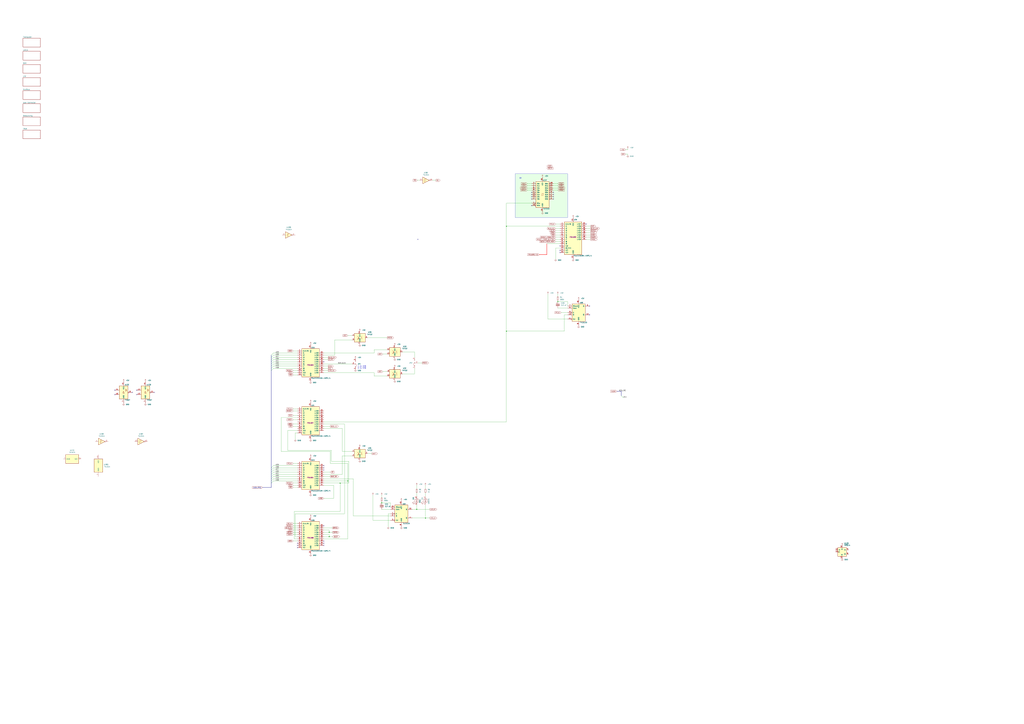
<source format=kicad_sch>
(kicad_sch (version 20250114) (generator "eeschema") (generator_version "9.0")
  (paper "A0")
  (title_block (title "TPU"))
  (rectangle (start 598.17 201.93) (end 659.13 252.73) (fill (type color) (color 0 255 0 0.1)))
  (text "1-2: 1MB\n3-2: 4MB" (at 415.29 426.72 0) (effects (font (size 1.27 1.27)) (justify left)))
  (text "OK" (at 604.52 207.01 0) (effects (font (size 1.27 1.27))))
  (junction (at 483.87 591.82))
  (junction (at 647.7 350.52))
  (junction (at 382.27 623.57))
  (junction (at 403.86 558.8))
  (junction (at 443.23 584.2))
  (junction (at 494.03 601.98))
  (junction (at 394.97 561.34))
  (junction (at 588.01 384.81))
  (junction (at 382.27 618.49))
  (junction (at 588.01 262.89))
  (no_connect (at 375.92 610.87))
  (no_connect (at 345.44 631.19))
  (no_connect (at 617.22 228.6))
  (no_connect (at 617.22 238.76))
  (no_connect (at 179.07 455.93))
  (no_connect (at 345.44 633.73))
  (no_connect (at 642.62 231.14))
  (no_connect (at 375.92 628.65))
  (no_connect (at 375.92 420.37))
  (no_connect (at 158.75 453.39))
  (no_connect (at 642.62 226.06))
  (no_connect (at 684.53 365.76))
  (no_connect (at 642.62 228.6))
  (no_connect (at 375.92 546.1))
  (no_connect (at 375.92 543.56))
  (no_connect (at 617.22 223.52))
  (no_connect (at 133.35 458.47))
  (no_connect (at 133.35 453.39))
  (no_connect (at 680.72 260.35))
  (no_connect (at 684.53 355.6))
  (no_connect (at 375.92 633.73))
  (no_connect (at 375.92 631.19))
  (no_connect (at 375.92 541.02))
  (no_connect (at 642.62 223.52))
  (no_connect (at 485.14 278.13))
  (no_connect (at 617.22 226.06))
  (no_connect (at 153.67 455.93))
  (no_connect (at 617.22 231.14))
  (no_connect (at 345.44 636.27))
  (no_connect (at 650.24 293.37))
  (no_connect (at 158.75 458.47))
  (no_connect (at 650.24 290.83))
  (no_connect (at 650.24 285.75))
  (bus_entry (at 314.96 548.64) (size 2.54 -2.54))
  (bus_entry (at 314.96 543.56) (size 2.54 -2.54))
  (bus_entry (at 314.96 430.53) (size 2.54 -2.54))
  (bus_entry (at 314.96 556.26) (size 2.54 -2.54))
  (bus_entry (at 314.96 417.83) (size 2.54 -2.54))
  (bus_entry (at 314.96 425.45) (size 2.54 -2.54))
  (bus_entry (at 314.96 551.18) (size 2.54 -2.54))
  (bus_entry (at 314.96 415.29) (size 2.54 -2.54))
  (bus_entry (at 314.96 422.91) (size 2.54 -2.54))
  (bus_entry (at 314.96 412.75) (size 2.54 -2.54))
  (bus_entry (at 314.96 561.34) (size 2.54 -2.54))
  (bus_entry (at 721.36 459.74) (size 2.54 2.54))
  (bus_entry (at 314.96 553.72) (size 2.54 -2.54))
  (bus_entry (at 314.96 420.37) (size 2.54 -2.54))
  (bus_entry (at 314.96 427.99) (size 2.54 -2.54))
  (bus_entry (at 314.96 546.1) (size 2.54 -2.54))
  (bus_entry (at 314.96 558.8) (size 2.54 -2.54))
  (bus (pts (xy 721.36 454.66) (xy 721.36 459.74)))
  (wire (pts (xy 659.13 358.14) (xy 647.7 358.14)))
  (wire (pts (xy 375.92 563.88) (xy 387.35 563.88)))
  (wire (pts (xy 485.14 421.64) (xy 490.22 421.64)))
  (wire (pts (xy 434.34 433.07) (xy 434.34 436.88)))
  (bus (pts (xy 314.96 561.34) (xy 314.96 566.42)))
  (wire (pts (xy 375.92 495.3) (xy 383.54 495.3)))
  (wire (pts (xy 467.36 408.94) (xy 481.33 408.94)))
  (wire (pts (xy 680.72 270.51) (xy 685.8 270.51)))
  (wire (pts (xy 397.51 524.51) (xy 408.94 524.51)))
  (wire (pts (xy 387.35 579.12) (xy 387.35 563.88)))
  (wire (pts (xy 642.62 213.36) (xy 647.7 213.36)))
  (wire (pts (xy 444.5 411.48) (xy 449.58 411.48)))
  (bus (pts (xy 314.96 425.45) (xy 314.96 427.99)))
  (wire (pts (xy 426.72 392.43) (xy 449.58 392.43)))
  (wire (pts (xy 382.27 621.03) (xy 382.27 623.57)))
  (wire (pts (xy 612.14 215.9) (xy 617.22 215.9)))
  (wire (pts (xy 375.92 433.07) (xy 434.34 433.07)))
  (wire (pts (xy 317.5 415.29) (xy 345.44 415.29)))
  (wire (pts (xy 317.5 410.21) (xy 345.44 410.21)))
  (wire (pts (xy 494.03 563.88) (xy 494.03 567.69)))
  (wire (pts (xy 340.36 477.52) (xy 345.44 477.52)))
  (wire (pts (xy 340.36 628.65) (xy 345.44 628.65)))
  (wire (pts (xy 340.36 610.87) (xy 345.44 610.87)))
  (wire (pts (xy 317.5 558.8) (xy 345.44 558.8)))
  (wire (pts (xy 341.63 594.36) (xy 394.97 594.36)))
  (wire (pts (xy 383.54 524.51) (xy 326.39 524.51)))
  (wire (pts (xy 434.34 410.21) (xy 375.92 410.21)))
  (wire (pts (xy 410.21 556.26) (xy 375.92 556.26)))
  (wire (pts (xy 317.5 412.75) (xy 345.44 412.75)))
  (wire (pts (xy 443.23 582.93) (xy 443.23 584.2)))
  (wire (pts (xy 617.22 236.22) (xy 588.01 236.22)))
  (wire (pts (xy 341.63 594.36) (xy 341.63 626.11)))
  (wire (pts (xy 375.92 623.57) (xy 382.27 623.57)))
  (wire (pts (xy 405.13 561.34) (xy 405.13 535.94)))
  (bus (pts (xy 314.96 551.18) (xy 314.96 553.72)))
  (wire (pts (xy 494.03 601.98) (xy 499.11 601.98)))
  (wire (pts (xy 397.51 529.59) (xy 408.94 529.59)))
  (wire (pts (xy 340.36 563.88) (xy 345.44 563.88)))
  (wire (pts (xy 403.86 626.11) (xy 403.86 558.8)))
  (wire (pts (xy 655.32 365.76) (xy 655.32 384.81)))
  (wire (pts (xy 645.16 288.29) (xy 645.16 300.99)))
  (wire (pts (xy 483.87 591.82) (xy 499.11 591.82)))
  (wire (pts (xy 375.92 427.99) (xy 381 427.99)))
  (wire (pts (xy 635 283.21) (xy 650.24 283.21)))
  (wire (pts (xy 340.36 487.68) (xy 345.44 487.68)))
  (wire (pts (xy 612.14 218.44) (xy 617.22 218.44)))
  (wire (pts (xy 410.21 599.44) (xy 410.21 556.26)))
  (wire (pts (xy 443.23 575.31) (xy 443.23 577.85)))
  (wire (pts (xy 726.44 173.99) (xy 728.98 173.99)))
  (wire (pts (xy 645.16 267.97) (xy 650.24 267.97)))
  (bus (pts (xy 314.96 415.29) (xy 314.96 417.83)))
  (wire (pts (xy 340.36 561.34) (xy 345.44 561.34)))
  (wire (pts (xy 636.27 341.63) (xy 636.27 370.84)))
  (wire (pts (xy 317.5 417.83) (xy 345.44 417.83)))
  (bus (pts (xy 314.96 417.83) (xy 314.96 420.37)))
  (wire (pts (xy 317.5 425.45) (xy 345.44 425.45)))
  (wire (pts (xy 375.92 621.03) (xy 382.27 621.03)))
  (wire (pts (xy 483.87 572.77) (xy 483.87 576.58)))
  (wire (pts (xy 388.62 394.97) (xy 388.62 412.75)))
  (wire (pts (xy 642.62 218.44) (xy 647.7 218.44)))
  (wire (pts (xy 375.92 561.34) (xy 394.97 561.34)))
  (wire (pts (xy 375.92 613.41) (xy 386.08 613.41)))
  (bus (pts (xy 314.96 430.53) (xy 314.96 543.56)))
  (wire (pts (xy 680.72 265.43) (xy 685.8 265.43)))
  (wire (pts (xy 588.01 262.89) (xy 650.24 262.89)))
  (wire (pts (xy 659.13 350.52) (xy 647.7 350.52)))
  (wire (pts (xy 384.81 535.94) (xy 384.81 523.24)))
  (wire (pts (xy 340.36 435.61) (xy 345.44 435.61)))
  (wire (pts (xy 375.92 497.84) (xy 397.51 497.84)))
  (wire (pts (xy 645.16 278.13) (xy 650.24 278.13)))
  (wire (pts (xy 405.13 535.94) (xy 384.81 535.94)))
  (wire (pts (xy 317.5 420.37) (xy 345.44 420.37)))
  (wire (pts (xy 433.07 604.52) (xy 453.39 604.52)))
  (wire (pts (xy 680.72 267.97) (xy 685.8 267.97)))
  (wire (pts (xy 340.36 482.6) (xy 345.44 482.6)))
  (wire (pts (xy 326.39 524.51) (xy 326.39 485.14)))
  (wire (pts (xy 450.85 596.9) (xy 453.39 596.9)))
  (wire (pts (xy 375.92 422.91) (xy 408.94 422.91)))
  (wire (pts (xy 400.05 492.76) (xy 400.05 596.9)))
  (wire (pts (xy 647.7 349.25) (xy 647.7 350.52)))
  (wire (pts (xy 326.39 485.14) (xy 345.44 485.14)))
  (wire (pts (xy 645.16 280.67) (xy 650.24 280.67)))
  (wire (pts (xy 642.62 220.98) (xy 647.7 220.98)))
  (wire (pts (xy 334.01 523.24) (xy 334.01 500.38)))
  (bus (pts (xy 304.8 566.42) (xy 314.96 566.42)))
  (wire (pts (xy 342.9 502.92) (xy 345.44 502.92)))
  (wire (pts (xy 650.24 288.29) (xy 645.16 288.29)))
  (wire (pts (xy 433.07 575.31) (xy 433.07 604.52)))
  (wire (pts (xy 397.51 551.18) (xy 397.51 529.59)))
  (wire (pts (xy 340.36 495.3) (xy 345.44 495.3)))
  (wire (pts (xy 345.44 538.48) (xy 340.36 538.48)))
  (wire (pts (xy 483.87 591.82) (xy 483.87 586.74)))
  (wire (pts (xy 434.34 406.4) (xy 449.58 406.4)))
  (bus (pts (xy 314.96 427.99) (xy 314.96 430.53)))
  (wire (pts (xy 317.5 548.64) (xy 345.44 548.64)))
  (wire (pts (xy 647.7 341.63) (xy 647.7 344.17)))
  (bus (pts (xy 314.96 553.72) (xy 314.96 556.26)))
  (wire (pts (xy 728.98 179.07) (xy 728.98 180.34)))
  (wire (pts (xy 502.285 209.55) (xy 506.095 209.55)))
  (wire (pts (xy 388.62 394.97) (xy 408.94 394.97)))
  (wire (pts (xy 588.01 490.22) (xy 375.92 490.22)))
  (wire (pts (xy 626.11 295.91) (xy 635 295.91)) (stroke (width 0.381) (color 255 0 0 1)))
  (wire (pts (xy 444.5 431.8) (xy 449.58 431.8)))
  (wire (pts (xy 450.85 612.14) (xy 450.85 596.9)))
  (wire (pts (xy 342.9 596.9) (xy 342.9 623.57)))
  (wire (pts (xy 467.36 434.34) (xy 481.33 434.34)))
  (wire (pts (xy 645.16 265.43) (xy 650.24 265.43)))
  (wire (pts (xy 334.01 500.38) (xy 345.44 500.38)))
  (wire (pts (xy 588.01 384.81) (xy 588.01 490.22)))
  (wire (pts (xy 317.5 546.1) (xy 345.44 546.1)))
  (wire (pts (xy 478.79 591.82) (xy 483.87 591.82)))
  (wire (pts (xy 434.34 436.88) (xy 449.58 436.88)))
  (wire (pts (xy 680.72 275.59) (xy 685.8 275.59)))
  (wire (pts (xy 375.92 492.76) (xy 400.05 492.76)))
  (wire (pts (xy 483.87 563.88) (xy 483.87 567.69)))
  (wire (pts (xy 651.51 363.22) (xy 659.13 363.22)))
  (wire (pts (xy 388.62 412.75) (xy 375.92 412.75)))
  (bus (pts (xy 314.96 543.56) (xy 314.96 546.1)))
  (wire (pts (xy 317.5 541.02) (xy 345.44 541.02)))
  (wire (pts (xy 478.79 601.98) (xy 494.03 601.98)))
  (wire (pts (xy 383.54 538.48) (xy 383.54 524.51)))
  (wire (pts (xy 645.16 275.59) (xy 650.24 275.59)))
  (bus (pts (xy 314.96 546.1) (xy 314.96 548.64)))
  (wire (pts (xy 588.01 262.89) (xy 588.01 384.81)))
  (wire (pts (xy 375.92 558.8) (xy 403.86 558.8)))
  (bus (pts (xy 314.96 558.9708) (xy 314.96 561.34)))
  (wire (pts (xy 340.36 618.49) (xy 345.44 618.49)))
  (wire (pts (xy 403.86 558.8) (xy 403.86 538.48)))
  (wire (pts (xy 655.32 365.76) (xy 659.13 365.76)))
  (wire (pts (xy 340.36 430.53) (xy 345.44 430.53)))
  (wire (pts (xy 397.51 497.84) (xy 397.51 524.51)))
  (wire (pts (xy 382.27 623.57) (xy 386.08 623.57)))
  (wire (pts (xy 612.14 213.36) (xy 617.22 213.36)))
  (wire (pts (xy 494.03 601.98) (xy 494.03 586.74)))
  (wire (pts (xy 453.39 591.82) (xy 443.23 591.82)))
  (wire (pts (xy 400.05 596.9) (xy 342.9 596.9)))
  (wire (pts (xy 340.36 474.98) (xy 345.44 474.98)))
  (wire (pts (xy 410.21 599.44) (xy 453.39 599.44)))
  (wire (pts (xy 481.33 408.94) (xy 481.33 415.29)))
  (wire (pts (xy 340.36 407.67) (xy 345.44 407.67)))
  (wire (pts (xy 375.92 553.72) (xy 383.54 553.72)))
  (wire (pts (xy 375.92 417.83) (xy 381 417.83)))
  (wire (pts (xy 645.16 270.51) (xy 650.24 270.51)))
  (wire (pts (xy 403.86 538.48) (xy 383.54 538.48)))
  (wire (pts (xy 382.27 615.95) (xy 382.27 618.49)))
  (wire (pts (xy 394.97 561.34) (xy 405.13 561.34)))
  (wire (pts (xy 375.92 551.18) (xy 397.51 551.18)))
  (wire (pts (xy 317.5 543.56) (xy 345.44 543.56)))
  (wire (pts (xy 340.36 615.95) (xy 345.44 615.95)))
  (wire (pts (xy 636.27 370.84) (xy 659.13 370.84)))
  (wire (pts (xy 680.72 273.05) (xy 685.8 273.05)))
  (wire (pts (xy 342.9 510.54) (xy 342.9 502.92)))
  (wire (pts (xy 443.23 584.2) (xy 453.39 584.2)))
  (wire (pts (xy 680.72 262.89) (xy 685.8 262.89)))
  (wire (pts (xy 382.27 618.49) (xy 386.08 618.49)))
  (wire (pts (xy 403.86 389.89) (xy 408.94 389.89)))
  (wire (pts (xy 375.92 618.49) (xy 382.27 618.49)))
  (wire (pts (xy 728.98 173.99) (xy 728.98 172.72)))
  (wire (pts (xy 317.5 551.18) (xy 345.44 551.18)))
  (wire (pts (xy 340.36 613.41) (xy 345.44 613.41)))
  (wire (pts (xy 680.72 278.13) (xy 685.8 278.13)))
  (wire (pts (xy 340.36 492.76) (xy 345.44 492.76)))
  (wire (pts (xy 317.5 427.99) (xy 345.44 427.99)))
  (bus (pts (xy 314.96 420.37) (xy 314.96 422.91)))
  (wire (pts (xy 317.5 422.91) (xy 345.44 422.91)))
  (wire (pts (xy 384.81 523.24) (xy 334.01 523.24)))
  (wire (pts (xy 434.34 406.4) (xy 434.34 410.21)))
  (wire (pts (xy 494.03 572.77) (xy 494.03 576.58)))
  (wire (pts (xy 340.36 566.42) (xy 345.44 566.42)))
  (wire (pts (xy 484.505 209.55) (xy 487.045 209.55)))
  (bus (pts (xy 314.96 556.26) (xy 314.96 558.8)))
  (wire (pts (xy 642.62 215.9) (xy 647.7 215.9)))
  (wire (pts (xy 588.01 236.22) (xy 588.01 262.89)))
  (wire (pts (xy 659.13 355.6) (xy 659.13 350.52)))
  (wire (pts (xy 453.39 589.28) (xy 453.39 584.2)))
  (wire (pts (xy 375.92 548.64) (xy 383.54 548.64)))
  (wire (pts (xy 612.14 220.98) (xy 617.22 220.98)))
  (wire (pts (xy 726.44 179.07) (xy 728.98 179.07)))
  (wire (pts (xy 317.5 553.72) (xy 345.44 553.72)))
  (wire (pts (xy 345.44 626.11) (xy 341.63 626.11)))
  (bus (pts (xy 716.28 454.66) (xy 721.36 454.66)))
  (wire (pts (xy 375.92 579.12) (xy 387.35 579.12)))
  (bus (pts (xy 314.96 548.64) (xy 314.96 551.18)))
  (wire (pts (xy 426.72 527.05) (xy 431.8 527.05)))
  (wire (pts (xy 375.92 415.29) (xy 381 415.29)))
  (wire (pts (xy 650.24 260.35) (xy 645.16 260.35)))
  (bus (pts (xy 314.96 422.91) (xy 314.96 425.45)))
  (bus (pts (xy 314.96 412.75) (xy 314.96 415.29)))
  (wire (pts (xy 375.92 430.53) (xy 381 430.53)))
  (wire (pts (xy 635 295.91) (xy 635 283.21)) (stroke (width 0.381) (color 255 0 0 1)))
  (wire (pts (xy 375.92 615.95) (xy 382.27 615.95)))
  (wire (pts (xy 588.01 384.81) (xy 655.32 384.81)))
  (wire (pts (xy 375.92 425.45) (xy 381 425.45)))
  (wire (pts (xy 340.36 621.03) (xy 345.44 621.03)))
  (wire (pts (xy 317.5 556.26) (xy 345.44 556.26)))
  (wire (pts (xy 340.36 608.33) (xy 345.44 608.33)))
  (wire (pts (xy 394.97 594.36) (xy 394.97 561.34)))
  (wire (pts (xy 340.36 433.07) (xy 345.44 433.07)))
  (wire (pts (xy 375.92 626.11) (xy 403.86 626.11)))
  (wire (pts (xy 645.16 273.05) (xy 650.24 273.05)))
  (wire (pts (xy 481.33 427.99) (xy 481.33 434.34)))
  (wire (pts (xy 342.9 623.57) (xy 345.44 623.57)))
  (label "A18" (at 320.04 427.99 0))
  (label "A29" (at 320.04 541.02 0))
  (label "A19" (at 320.04 556.26 0))
  (label "A11" (at 723.9 462.28 0))
  (label "A21" (at 320.04 420.37 0))
  (label "A29" (at 320.04 410.21 0))
  (label "A27" (at 320.04 546.1 0))
  (label "A21" (at 320.04 551.18 0))
  (label "RAM_SIZE" (at 392.43 422.91 0))
  (label "A[0..19]" (at 718.82 454.66 0))
  (label "A20" (at 320.04 553.72 0))
  (label "A28" (at 320.04 543.56 0))
  (label "A27" (at 320.04 415.29 0))
  (label "A20" (at 320.04 422.91 0))
  (label "A19" (at 320.04 425.45 0))
  (label "A26" (at 320.04 417.83 0))
  (label "A26" (at 320.04 548.64 0))
  (label "A28" (at 320.04 412.75 0))
  (label "A18" (at 320.04 558.8 0))
  (global_label "CEO" (shape output) (at 381 425.45 0) (property "Intersheetrefs" "${INTERSHEET_REFS}" (effects (hide yes))))
  (global_label "~{ALE}" (shape input) (at 340.36 563.88 180) (property "Intersheetrefs" "${INTERSHEET_REFS}" (effects (hide yes))))
  (global_label "PCLK" (shape input) (at 340.36 474.98 180) (property "Intersheetrefs" "${INTERSHEET_REFS}" (effects (hide yes))))
  (global_label "~{WB0}" (shape input) (at 375.92 579.12 180) (property "Intersheetrefs" "${INTERSHEET_REFS}" (effects (hide yes))))
  (global_label "~{RD}" (shape input) (at 645.16 273.05 180) (property "Intersheetrefs" "${INTERSHEET_REFS}" (effects (hide yes))))
  (global_label "RESET_FROM_PC" (shape input) (at 645.16 275.59 180) (property "Intersheetrefs" "${INTERSHEET_REFS}" (effects (hide yes))))
  (global_label "~{BUS_OE}" (shape output) (at 383.54 553.72 0) (property "Intersheetrefs" "${INTERSHEET_REFS}" (effects (hide yes))))
  (global_label "~{WB0}" (shape input) (at 340.36 628.65 180) (property "Intersheetrefs" "${INTERSHEET_REFS}" (effects (hide yes))))
  (global_label "LED_CE" (shape output) (at 381 430.53 0) (property "Intersheetrefs" "${INTERSHEET_REFS}" (effects (hide yes))))
  (global_label "LED_R" (shape output) (at 499.11 591.82 0) (property "Intersheetrefs" "${INTERSHEET_REFS}" (effects (hide yes))))
  (global_label "MWRC" (shape input) (at 612.14 218.44 180) (property "Intersheetrefs" "${INTERSHEET_REFS}" (effects (hide yes))))
  (global_label "PCLK" (shape input) (at 340.36 538.48 180) (property "Intersheetrefs" "${INTERSHEET_REFS}" (effects (hide yes))))
  (global_label "~{CBRQ}" (shape output) (at 386.08 618.49 0) (property "Intersheetrefs" "${INTERSHEET_REFS}" (effects (hide yes))))
  (global_label "RESET_FROM_BUTTON" (shape input) (at 645.16 278.13 180) (property "Intersheetrefs" "${INTERSHEET_REFS}" (effects (hide yes))))
  (global_label "PCLK" (shape input) (at 651.51 363.22 180) (property "Intersheetrefs" "${INTERSHEET_REFS}" (effects (hide yes))))
  (global_label "RESET" (shape output) (at 685.8 267.97 0) (property "Intersheetrefs" "${INTERSHEET_REFS}" (effects (hide yes))))
  (global_label "~{RD}" (shape input) (at 340.36 435.61 180) (property "Intersheetrefs" "${INTERSHEET_REFS}" (effects (hide yes))))
  (global_label "~{WB0}" (shape input) (at 645.16 270.51 180) (property "Intersheetrefs" "${INTERSHEET_REFS}" (effects (hide yes))))
  (global_label "RESET" (shape input) (at 340.36 477.52 180) (property "Intersheetrefs" "${INTERSHEET_REFS}" (effects (hide yes))))
  (global_label "~{WB0}" (shape input) (at 340.36 492.76 180) (property "Intersheetrefs" "${INTERSHEET_REFS}" (effects (hide yes))))
  (global_label "RESET" (shape input) (at 340.36 561.34 180) (property "Intersheetrefs" "${INTERSHEET_REFS}" (effects (hide yes))))
  (global_label "~{Rf}" (shape input) (at 383.54 548.64 0) (property "Intersheetrefs" "${INTERSHEET_REFS}" (effects (hide yes))))
  (global_label "~{ALE}" (shape input) (at 444.5 431.8 180) (property "Intersheetrefs" "${INTERSHEET_REFS}" (effects (hide yes))))
  (global_label "PCLK" (shape input) (at 645.16 260.35 180) (property "Intersheetrefs" "${INTERSHEET_REFS}" (effects (hide yes))))
  (global_label "BUS_DIR" (shape output) (at 685.8 265.43 0) (property "Intersheetrefs" "${INTERSHEET_REFS}" (effects (hide yes))))
  (global_label "~{XACK}" (shape input) (at 340.36 487.68 180) (property "Intersheetrefs" "${INTERSHEET_REFS}" (effects (hide yes))))
  (global_label "BCLK" (shape input) (at 340.36 608.33 180) (property "Intersheetrefs" "${INTERSHEET_REFS}" (effects (hide yes))))
  (global_label "~{MRDC}" (shape input) (at 647.7 220.98 0) (property "Intersheetrefs" "${INTERSHEET_REFS}" (effects (hide yes))))
  (global_label "+5V" (shape input) (at 726.44 173.99 180) (property "Intersheetrefs" "${INTERSHEET_REFS}" (effects (hide yes))))
  (global_label "IOWC" (shape input) (at 612.14 213.36 180) (property "Intersheetrefs" "${INTERSHEET_REFS}" (effects (hide yes))))
  (global_label "CEI" (shape output) (at 381 427.99 0) (property "Intersheetrefs" "${INTERSHEET_REFS}" (effects (hide yes))))
  (global_label "{A[0..29]}" (shape input) (at 304.8 566.42 180) (property "Intersheetrefs" "${INTERSHEET_REFS}" (effects (hide yes))))
  (global_label "~{WB0}" (shape input) (at 340.36 407.67 180) (property "Intersheetrefs" "${INTERSHEET_REFS}" (effects (hide yes))))
  (global_label "~{RD}" (shape input) (at 340.36 495.3 180) (property "Intersheetrefs" "${INTERSHEET_REFS}" (effects (hide yes))))
  (global_label "~{RD}" (shape input) (at 484.505 209.55 180) (property "Intersheetrefs" "${INTERSHEET_REFS}" (effects (hide yes))))
  (global_label "BUS_EN" (shape input) (at 340.36 613.41 180) (property "Intersheetrefs" "${INTERSHEET_REFS}" (effects (hide yes))))
  (global_label "~{ALE}" (shape input) (at 340.36 433.07 180) (property "Intersheetrefs" "${INTERSHEET_REFS}" (effects (hide yes))))
  (global_label "WAIT" (shape output) (at 431.8 527.05 0) (property "Intersheetrefs" "${INTERSHEET_REFS}" (effects (hide yes))))
  (global_label "BUS_EN" (shape output) (at 381 415.29 0) (property "Intersheetrefs" "${INTERSHEET_REFS}" (effects (hide yes))))
  (global_label "~{MCE0}" (shape output) (at 449.58 392.43 0) (property "Intersheetrefs" "${INTERSHEET_REFS}" (effects (hide yes))))
  (global_label "RD" (shape output) (at 506.095 209.55 0) (property "Intersheetrefs" "${INTERSHEET_REFS}" (effects (hide yes))))
  (global_label "~{RD}" (shape input) (at 340.36 566.42 180) (property "Intersheetrefs" "${INTERSHEET_REFS}" (effects (hide yes))))
  (global_label "~{BCLK}" (shape input) (at 635 195.58 0) (property "Intersheetrefs" "${INTERSHEET_REFS}" (effects (hide yes))))
  (global_label "IO{slash}~{M}" (shape input) (at 645.16 267.97 180) (property "Intersheetrefs" "${INTERSHEET_REFS}" (effects (hide yes))))
  (global_label "~{BUSY}" (shape bidirectional) (at 386.08 623.57 0) (property "Intersheetrefs" "${INTERSHEET_REFS}" (effects (hide yes))))
  (global_label "PD1699{slash}10" (shape input) (at 626.11 295.91 180) (property "Intersheetrefs" "${INTERSHEET_REFS}" (effects (hide yes))))
  (global_label "LEG_G" (shape output) (at 499.11 601.98 0) (property "Intersheetrefs" "${INTERSHEET_REFS}" (effects (hide yes))))
  (global_label "IO{slash}~{M}" (shape output) (at 381 417.83 0) (property "Intersheetrefs" "${INTERSHEET_REFS}" (effects (hide yes))))
  (global_label "RESET" (shape input) (at 340.36 610.87 180) (property "Intersheetrefs" "${INTERSHEET_REFS}" (effects (hide yes))))
  (global_label "~{IORC}" (shape input) (at 647.7 215.9 0) (property "Intersheetrefs" "${INTERSHEET_REFS}" (effects (hide yes))))
  (global_label "BUS_EN" (shape input) (at 645.16 265.43 180) (property "Intersheetrefs" "${INTERSHEET_REFS}" (effects (hide yes))))
  (global_label "~{INIT}" (shape input) (at 635 193.04 0) (property "Intersheetrefs" "${INTERSHEET_REFS}" (effects (hide yes))))
  (global_label "~{ALE}" (shape input) (at 340.36 615.95 180) (property "Intersheetrefs" "${INTERSHEET_REFS}" (effects (hide yes))))
  (global_label "~{ALE}" (shape input) (at 444.5 411.48 180) (property "Intersheetrefs" "${INTERSHEET_REFS}" (effects (hide yes))))
  (global_label "DM" (shape input) (at 726.44 179.07 180) (property "Intersheetrefs" "${INTERSHEET_REFS}" (effects (hide yes))))
  (global_label "~{ALE}" (shape input) (at 340.36 482.6 180) (property "Intersheetrefs" "${INTERSHEET_REFS}" (effects (hide yes))))
  (global_label "ADDR" (shape input) (at 716.28 454.66 180) (property "Intersheetrefs" "${INTERSHEET_REFS}" (effects (hide yes))))
  (global_label "~{BPRN}" (shape input) (at 340.36 618.49 180) (property "Intersheetrefs" "${INTERSHEET_REFS}" (effects (hide yes))))
  (global_label "~{XACK}" (shape input) (at 340.36 621.03 180) (property "Intersheetrefs" "${INTERSHEET_REFS}" (effects (hide yes))))
  (global_label "~{ALE}" (shape input) (at 403.86 389.89 180) (property "Intersheetrefs" "${INTERSHEET_REFS}" (effects (hide yes))))
  (global_label "BOOT_FROM_ROM" (shape input) (at 645.16 280.67 180) (property "Intersheetrefs" "${INTERSHEET_REFS}" (effects (hide yes))))
  (global_label "~{IOWC}" (shape input) (at 647.7 213.36 0) (property "Intersheetrefs" "${INTERSHEET_REFS}" (effects (hide yes))))
  (global_label "MRDC" (shape input) (at 612.14 220.98 180) (property "Intersheetrefs" "${INTERSHEET_REFS}" (effects (hide yes))))
  (global_label "MRDC" (shape output) (at 685.8 278.13 0) (property "Intersheetrefs" "${INTERSHEET_REFS}" (effects (hide yes))))
  (global_label "IOWC" (shape output) (at 685.8 270.51 0) (property "Intersheetrefs" "${INTERSHEET_REFS}" (effects (hide yes))))
  (global_label "IORC" (shape input) (at 612.14 215.9 180) (property "Intersheetrefs" "${INTERSHEET_REFS}" (effects (hide yes))))
  (global_label "~{BREQ}" (shape output) (at 386.08 613.41 0) (property "Intersheetrefs" "${INTERSHEET_REFS}" (effects (hide yes))))
  (global_label "~{MCE1}" (shape output) (at 490.22 421.64 0) (property "Intersheetrefs" "${INTERSHEET_REFS}" (effects (hide yes))))
  (global_label "IORC" (shape output) (at 685.8 273.05 0) (property "Intersheetrefs" "${INTERSHEET_REFS}" (effects (hide yes))))
  (global_label "~{MWRC}" (shape input) (at 647.7 218.44 0) (property "Intersheetrefs" "${INTERSHEET_REFS}" (effects (hide yes))))
  (global_label "MWRC" (shape output) (at 685.8 275.59 0) (property "Intersheetrefs" "${INTERSHEET_REFS}" (effects (hide yes))))
  (global_label "BUS_LE" (shape output) (at 383.54 495.3 0) (property "Intersheetrefs" "${INTERSHEET_REFS}" (effects (hide yes))))
  (global_label "RESET" (shape input) (at 340.36 430.53 180) (property "Intersheetrefs" "${INTERSHEET_REFS}" (effects (hide yes))))
  (global_label "~{INIT}" (shape output) (at 685.8 262.89 0) (property "Intersheetrefs" "${INTERSHEET_REFS}" (effects (hide yes))))
  (symbol (lib_id "power:GND") (at 360.68 443.23 0) (unit 1)
    (property "Reference" "#PWR0128" (effects (hide yes)))
    (property "Value" "GND" (at 363.22 444.4999 0) (effects (justify left)))
    (property "Description" "Power symbol creates a global label with name \"GND\" , ground" (effects (hide yes)))
  )
  (symbol (lib_id "74xx:74LS14") (at 114.3 541.02 0) (unit 7)
    (property "Reference" "U18" (at 120.65 539.7499 0) (effects (justify left)))
    (property "Value" "74LS14" (at 120.65 542.2899 0) (effects (justify left)))
    (property "Datasheet" "http://www.ti.com/lit/gpn/sn74LS14" (effects (hide yes)))
    (property "Description" "Hex inverter schmitt trigger" (effects (hide yes)))
  )
  (symbol (lib_id "power:+5V") (at 466.09 581.66 0) (unit 1)
    (property "Reference" "#PWR0135" (effects (hide yes)))
    (property "Value" "+5V" (at 468.63 580.3899 0) (effects (justify left)))
    (property "Description" "Power symbol creates a global label with name \"+5V\"" (effects (hide yes)))
  )
  (symbol (lib_id "power:GND") (at 417.83 534.67 0) (unit 1)
    (property "Reference" "#PWR0206" (effects (hide yes)))
    (property "Value" "GND" (at 420.37 535.9399 0) (effects (justify left)))
    (property "Description" "Power symbol creates a global label with name \"GND\" , ground" (effects (hide yes)))
  )
  (symbol (lib_id "power:+5V") (at 360.68 400.05 0) (unit 1)
    (property "Reference" "#PWR0139" (effects (hide yes)))
    (property "Value" "+5V" (at 363.22 398.7799 0) (effects (justify left)))
    (property "Description" "Power symbol creates a global label with name \"+5V\"" (effects (hide yes)))
  )
  (symbol (lib_id "power:GND") (at 671.83 378.46 0) (unit 1)
    (property "Reference" "#PWR0130" (effects (hide yes)))
    (property "Value" "GND" (at 674.37 379.7299 0) (effects (justify left)))
    (property "Description" "Power symbol creates a global label with name \"GND\" , ground" (effects (hide yes)))
  )
  (symbol (lib_id "power:GND") (at 417.83 400.05 0) (unit 1)
    (property "Reference" "#PWR092" (effects (hide yes)))
    (property "Value" "GND" (at 420.37 401.3199 0) (effects (justify left)))
    (property "Description" "Power symbol creates a global label with name \"GND\" , ground" (effects (hide yes)))
  )
  (symbol (lib_id "tpu:74F32") (at 458.47 408.94 0) (unit 4)
    (property "Reference" "U3" (at 469.9 402.5198 0))
    (property "Value" "74F32" (at 469.9 405.0598 0))
    (property "Footprint" "Package_DIP:DIP-14_W7.62mm" (effects (hide yes)))
  )
  (symbol (lib_id "power:+5V") (at 647.7 341.63 0) (unit 1)
    (property "Reference" "#PWR0162" (effects (hide yes)))
    (property "Value" "+5V" (at 650.24 340.3599 0) (effects (justify left)))
    (property "Description" "Power symbol creates a global label with name \"+5V\"" (effects (hide yes)))
  )
  (symbol (lib_id "Georg:PALCE22V10H-15PC/4") (at 360.68 422.91 0) (unit 1)
    (property "Reference" "U16" (at 361.315 403.86 0) (effects (justify left)))
    (property "Value" "PALCE22V10H-15PC/4" (at 361.315 439.42 0) (effects (justify left)))
    (property "Footprint" "Georg:DIP-24_W7.62mm-tight" (effects (hide yes)))
    (property "Description" "PD1603" (at 360.426 424.18 0))
  )
  (symbol (lib_id "power:+5V") (at 458.47 401.32 0) (unit 1)
    (property "Reference" "#PWR0140" (effects (hide yes)))
    (property "Value" "+5V" (at 461.01 400.0499 0) (effects (justify left)))
    (property "Description" "Power symbol creates a global label with name \"+5V\"" (effects (hide yes)))
  )
  (symbol (lib_id "tpu:R103") (at 494.03 570.23 0) (unit 1)
    (property "Reference" "R6" (at 496.57 568.9599 0) (effects (justify left)))
    (property "Value" "1k" (at 496.57 571.4999 0) (effects (justify left)))
    (property "Footprint" "tpu:R101" (effects (hide yes)))
    (property "Description" "Resistor, small symbol" (effects (hide yes)))
  )
  (symbol (lib_id "74xx:74LS14") (at 163.83 513.08 0) (unit 6)
    (property "Reference" "U18" (at 163.83 504.19 0))
    (property "Value" "74LS14" (at 163.83 506.73 0))
    (property "Datasheet" "http://www.ti.com/lit/gpn/sn74LS14" (effects (hide yes)))
    (property "Description" "Hex inverter schmitt trigger" (effects (hide yes)))
  )
  (symbol (lib_id "power:GND") (at 450.85 612.14 0) (unit 1)
    (property "Reference" "#PWR0159" (effects (hide yes)))
    (property "Value" "GND" (at 453.39 613.4099 0) (effects (justify left)))
    (property "Description" "Power symbol creates a global label with name \"GND\" , ground" (effects (hide yes)))
  )
  (symbol (lib_id "power:+5V") (at 360.68 600.71 0) (unit 1)
    (property "Reference" "#PWR0149" (effects (hide yes)))
    (property "Value" "+5V" (at 363.22 599.4399 0) (effects (justify left)))
    (property "Description" "Power symbol creates a global label with name \"+5V\"" (effects (hide yes)))
  )
  (symbol (lib_id "power:+5V") (at 168.91 443.23 0) (unit 1)
    (property "Reference" "#PWR0166" (effects (hide yes)))
    (property "Value" "+5V" (at 171.45 441.9599 0) (effects (justify left)))
    (property "Description" "Power symbol creates a global label with name \"+5V\"" (effects (hide yes)))
  )
  (symbol (lib_id "georg:Jumper") (at 412.75 422.91 270) (mirror x) (unit 1)
    (property "Reference" "JP4" (at 415.29 422.9101 90) (effects (justify left)))
    (property "Value" "Jumper" (effects (hide yes)))
    (property "Footprint" "tpu:Jumper" (effects (hide yes)))
    (property "Description" "Jumper, 3-pole, pins 1+2 closed/bridged" (effects (hide yes)))
  )
  (symbol (lib_id "tpu:555-2301") (at 488.95 581.66 90) (mirror x) (unit 1)
    (property "Reference" "D4" (at 490.22 579.12 0))
    (property "Value" "GREEN" (at 497.84 582.422 0))
    (property "Footprint" "tpu:555-2x01" (effects (hide yes)))
    (property "Description" "led green" (effects (hide yes)))
  )
  (symbol (lib_id "power:+5V") (at 143.51 443.23 0) (unit 1)
    (property "Reference" "#PWR0165" (effects (hide yes)))
    (property "Value" "+5V" (at 146.05 441.9599 0) (effects (justify left)))
    (property "Description" "Power symbol creates a global label with name \"+5V\"" (effects (hide yes)))
  )
  (symbol (lib_id "Georg:PALCE22V10H-15PC/4") (at 360.68 490.22 0) (unit 1)
    (property "Reference" "U21" (at 361.315 471.17 0) (effects (justify left)))
    (property "Value" "PALCE22V10H-15PC/4" (at 361.315 506.73 0) (effects (justify left)))
    (property "Footprint" "Georg:DIP-24_W7.62mm-tight" (effects (hide yes)))
    (property "Description" "PD1597" (at 360.426 491.49 0))
  )
  (symbol (lib_id "power:GND") (at 458.47 416.56 0) (unit 1)
    (property "Reference" "#PWR0141" (effects (hide yes)))
    (property "Value" "GND" (at 461.01 417.8299 0) (effects (justify left)))
    (property "Description" "Power symbol creates a global label with name \"GND\" , ground" (effects (hide yes)))
  )
  (symbol (lib_id "power:+5V") (at 629.92 205.74 0) (unit 1)
    (property "Reference" "#PWR026" (effects (hide yes)))
    (property "Value" "+5V" (at 632.46 204.4699 0) (effects (justify left)))
    (property "Description" "Power symbol creates a global label with name \"+5V\"" (effects (hide yes)))
  )
  (symbol (lib_id "Georg:PALCE22V10H-15PC/4") (at 360.68 623.57 0) (unit 1)
    (property "Reference" "U26" (at 361.315 604.52 0) (effects (justify left)))
    (property "Value" "PALCE22V10H-15PC/4" (at 361.315 640.08 0) (effects (justify left)))
    (property "Footprint" "Georg:DIP-24_W7.62mm-tight" (effects (hide yes)))
    (property "Description" "PD1598" (at 360.426 624.84 0))
  )
  (symbol (lib_id "Georg:74S37") (at 143.51 455.93 0) (unit 3)
    (property "Reference" "U13" (at 144.78 447.04 0) (effects (justify left)))
    (property "Value" "74S37" (at 144.78 464.82 0) (effects (justify left)))
    (property "Footprint" "Georg:DIP-14_W7.62mm-tight" (effects (hide yes)))
  )
  (symbol (lib_id "power:GND") (at 143.51 468.63 0) (unit 1)
    (property "Reference" "#PWR0163" (effects (hide yes)))
    (property "Value" "GND" (at 146.05 469.8999 0) (effects (justify left)))
    (property "Description" "Power symbol creates a global label with name \"GND\" , ground" (effects (hide yes)))
  )
  (symbol (lib_id "tpu:R205") (at 443.23 580.39 0) (unit 1)
    (property "Reference" "R3" (at 445.77 579.1199 0) (effects (justify left)))
    (property "Value" "200k" (at 445.77 581.6599 0) (effects (justify left)))
    (property "Footprint" "tpu:R101" (effects (hide yes)))
    (property "Description" "Resistor, small symbol" (effects (hide yes)))
  )
  (symbol (lib_id "power:GND") (at 360.68 643.89 0) (unit 1)
    (property "Reference" "#PWR0148" (effects (hide yes)))
    (property "Value" "GND" (at 363.22 645.1599 0) (effects (justify left)))
    (property "Description" "Power symbol creates a global label with name \"GND\" , ground" (effects (hide yes)))
  )
  (symbol (lib_id "tpu:74F32") (at 417.83 527.05 0) (unit 1)
    (property "Reference" "U3" (at 429.26 520.6298 0))
    (property "Value" "74F32" (at 429.26 523.1698 0))
    (property "Footprint" "Package_DIP:DIP-14_W7.62mm" (effects (hide yes)))
  )
  (symbol (lib_id "power:GND") (at 977.9 648.97 0) (unit 1)
    (property "Reference" "#PWR0127" (effects (hide yes)))
    (property "Value" "GND" (at 980.44 650.2399 0) (effects (justify left)))
    (property "Description" "Power symbol creates a global label with name \"GND\" , ground" (effects (hide yes)))
  )
  (symbol (lib_id "power:+5V") (at 360.68 467.36 0) (unit 1)
    (property "Reference" "#PWR0195" (effects (hide yes)))
    (property "Value" "+5V" (at 363.22 466.0899 0) (effects (justify left)))
    (property "Description" "Power symbol creates a global label with name \"+5V\"" (effects (hide yes)))
  )
  (symbol (lib_id "74xx:74LS74") (at 977.9 641.35 0) (unit 2)
    (property "Reference" "U17" (at 980.0433 631.19 0) (effects (justify left)))
    (property "Value" "74LS74" (at 980.0433 633.73 0) (effects (justify left)))
    (property "Datasheet" "74xx/74hc_hct74.pdf" (effects (hide yes)))
    (property "Description" "Dual D Flip-flop, Set & Reset" (effects (hide yes)))
  )
  (symbol (lib_id "power:GND") (at 645.16 300.99 0) (unit 1)
    (property "Reference" "#PWR074" (effects (hide yes)))
    (property "Value" "GND" (at 647.7 302.2599 0) (effects (justify left)))
    (property "Description" "Power symbol creates a global label with name \"GND\" , ground" (effects (hide yes)))
  )
  (symbol (lib_id "power:GND") (at 629.92 246.38 0) (unit 1)
    (property "Reference" "#PWR027" (effects (hide yes)))
    (property "Value" "GND" (at 632.46 247.6499 0) (effects (justify left)))
    (property "Description" "Power symbol creates a global label with name \"GND\" , ground" (effects (hide yes)))
  )
  (symbol (lib_id "power:+5V") (at 443.23 575.31 0) (unit 1)
    (property "Reference" "#PWR0161" (effects (hide yes)))
    (property "Value" "+5V" (at 445.77 574.0399 0) (effects (justify left)))
    (property "Description" "Power symbol creates a global label with name \"+5V\"" (effects (hide yes)))
  )
  (symbol (lib_id "Georg:CP_5.08mm") (at 443.23 588.01 0) (unit 1)
    (property "Reference" "C21" (at 447.04 585.8509 0) (effects (justify left)))
    (property "Value" "2.2 uF" (at 447.04 588.3909 0) (effects (justify left)))
    (property "Footprint" "Georg:C_5.08mm" (effects (hide yes)))
    (property "Description" "Polarized capacitor, small symbol" (effects (hide yes)))
  )
  (symbol (lib_id "power:+5V") (at 671.83 347.98 0) (unit 1)
    (property "Reference" "#PWR0136" (effects (hide yes)))
    (property "Value" "+5V" (at 674.37 346.7099 0) (effects (justify left)))
    (property "Description" "Power symbol creates a global label with name \"+5V\"" (effects (hide yes)))
  )
  (symbol (lib_id "power:+5V") (at 458.47 426.72 0) (unit 1)
    (property "Reference" "#PWR094" (effects (hide yes)))
    (property "Value" "+5V" (at 461.01 425.4499 0) (effects (justify left)))
    (property "Description" "Power symbol creates a global label with name \"+5V\"" (effects (hide yes)))
  )
  (symbol (lib_id "74xx:74LS74") (at 83.82 533.4 270) (unit 3)
    (property "Reference" "U17" (at 83.82 523.24 90))
    (property "Value" "74LS74" (at 83.82 525.78 90))
    (property "Datasheet" "74xx/74hc_hct74.pdf" (effects (hide yes)))
    (property "Description" "Dual D Flip-flop, Set & Reset" (effects (hide yes)))
  )
  (symbol (lib_id "power:+5V") (at 412.75 416.56 0) (unit 1)
    (property "Reference" "#PWR0200" (effects (hide yes)))
    (property "Value" "+5V" (at 415.29 415.2899 0) (effects (justify left)))
    (property "Description" "Power symbol creates a global label with name \"+5V\"" (effects (hide yes)))
  )
  (symbol (lib_id "power:+5V") (at 728.98 172.72 0) (unit 1)
    (property "Reference" "#PWR0152" (effects (hide yes)))
    (property "Value" "+5V" (at 731.52 171.4499 0) (effects (justify left)))
    (property "Description" "Power symbol creates a global label with name \"+5V\"" (effects (hide yes)))
  )
  (symbol (lib_id "Georg:PALCE22V10H-15PC/4") (at 360.68 553.72 0) (unit 1)
    (property "Reference" "D15" (at 361.315 534.67 0) (effects (justify left)))
    (property "Value" "PALCE22V10H-15PC/4" (at 361.315 570.23 0) (effects (justify left)))
    (property "Footprint" "Georg:DIP-24_W7.62mm-tight" (effects (hide yes)))
    (property "Description" "PD1604" (at 360.426 554.99 0))
  )
  (symbol (lib_id "tpu:74F240") (at 629.92 226.06 0) (unit 1)
    (property "Reference" "IC27" (at 630.555 209.55 0) (effects (justify left)))
    (property "Value" "74F240" (at 630.555 242.57 0) (effects (justify left)))
    (property "Footprint" "tpu:DIP-20_W7.62mm-tight" (effects (hide yes)))
    (property "Datasheet" "http://www.ti.com/lit/ds/symlink/sn74ls240.pdf" (effects (hide yes)))
    (property "Description" "Octal Buffer and Line Driver With 3-State Output, active-low enables, inverting outputs" (effects (hide yes)))
  )
  (symbol (lib_id "tpu:74F32") (at 417.83 392.43 0) (unit 2)
    (property "Reference" "U3" (at 429.26 386.0098 0))
    (property "Value" "74F32" (at 429.26 388.5498 0))
    (property "Footprint" "Package_DIP:DIP-14_W7.62mm" (effects (hide yes)))
  )
  (symbol (lib_id "power:+5V") (at 417.83 384.81 0) (unit 1)
    (property "Reference" "#PWR093" (effects (hide yes)))
    (property "Value" "+5V" (at 420.37 383.5399 0) (effects (justify left)))
    (property "Description" "Power symbol creates a global label with name \"+5V\"" (effects (hide yes)))
  )
  (symbol (lib_id "power:GND") (at 412.75 429.26 0) (unit 1)
    (property "Reference" "#PWR0201" (effects (hide yes)))
    (property "Value" "GND" (at 415.29 430.5299 0) (effects (justify left)))
    (property "Description" "Power symbol creates a global label with name \"GND\" , ground" (effects (hide yes)))
  )
  (symbol (lib_id "tpu:74F32") (at 458.47 434.34 0) (unit 3)
    (property "Reference" "U3" (at 469.9 427.9198 0))
    (property "Value" "74F32" (at 469.9 430.4598 0))
    (property "Footprint" "Package_DIP:DIP-14_W7.62mm" (effects (hide yes)))
  )
  (symbol (lib_id "power:+5V") (at 360.68 530.86 0) (unit 1)
    (property "Reference" "#PWR065" (effects (hide yes)))
    (property "Value" "+5V" (at 363.22 529.5899 0) (effects (justify left)))
    (property "Description" "Power symbol creates a global label with name \"+5V\"" (effects (hide yes)))
  )
  (symbol (lib_id "power:GND") (at 360.68 574.04 0) (unit 1)
    (property "Reference" "#PWR066" (effects (hide yes)))
    (property "Value" "GND" (at 363.22 575.3099 0) (effects (justify left)))
    (property "Description" "Power symbol creates a global label with name \"GND\" , ground" (effects (hide yes)))
  )
  (symbol (lib_id "Georg:PALCE20V8H-15PC/4") (at 665.48 275.59 0) (unit 1)
    (property "Reference" "U25" (at 666.115 255.27 0) (effects (justify left)))
    (property "Value" "PALCE20V8H-15PC/4" (at 666.115 297.18 0) (effects (justify left)))
    (property "Footprint" "Georg:DIP-24_W7.62mm-tight" (effects (hide yes)))
    (property "Description" "PD1599" (at 665.226 275.59 0))
  )
  (symbol (lib_id "power:+5V") (at 417.83 519.43 0) (unit 1)
    (property "Reference" "#PWR0207" (effects (hide yes)))
    (property "Value" "+5V" (at 420.37 518.1599 0) (effects (justify left)))
    (property "Description" "Power symbol creates a global label with name \"+5V\"" (effects (hide yes)))
  )
  (symbol (lib_id "74xx:74LS14") (at 494.665 209.55 0) (unit 5)
    (property "Reference" "U18" (at 494.665 200.66 0))
    (property "Value" "74LS14" (at 494.665 203.2 0))
    (property "Datasheet" "http://www.ti.com/lit/gpn/sn74LS14" (effects (hide yes)))
    (property "Description" "Hex inverter schmitt trigger" (effects (hide yes)))
  )
  (symbol (lib_id "Georg:74LS123") (at 671.83 360.68 0) (unit 2)
    (property "Reference" "U6" (at 673.1 351.79 0) (effects (justify left)))
    (property "Value" "74LS123" (at 673.1 374.65 0) (effects (justify left)))
    (property "Footprint" "Georg:DIP-16_W7.62mm-tight" (effects (hide yes)))
    (property "Datasheet" "http://www.ti.com/lit/gpn/sn74LS123" (effects (hide yes)))
    (property "Description" "Dual retriggerable Monostable" (effects (hide yes)))
  )
  (symbol (lib_id "power:GND") (at 728.98 180.34 0) (unit 1)
    (property "Reference" "#PWR0153" (effects (hide yes)))
    (property "Value" "GND" (at 731.52 181.6099 0) (effects (justify left)))
    (property "Description" "Power symbol creates a global label with name \"GND\" , ground" (effects (hide yes)))
  )
  (symbol (lib_id "georg:Jumper") (at 481.33 421.64 90) (unit 1)
    (property "Reference" "JP2" (at 478.79 421.6401 90) (effects (justify left)))
    (property "Value" "Jumper" (effects (hide yes)))
    (property "Footprint" "tpu:Jumper" (effects (hide yes)))
    (property "Description" "Jumper, 3-pole, pins 1+2 closed/bridged" (effects (hide yes)))
  )
  (symbol (lib_id "74xx:74LS14") (at 118.11 513.08 0) (unit 1)
    (property "Reference" "U18" (at 118.11 504.19 0))
    (property "Value" "74LS14" (at 118.11 506.73 0))
    (property "Datasheet" "http://www.ti.com/lit/gpn/sn74LS14" (effects (hide yes)))
    (property "Description" "Hex inverter schmitt trigger" (effects (hide yes)))
  )
  (symbol (lib_id "power:+5V") (at 494.03 563.88 0) (unit 1)
    (property "Reference" "#PWR0158" (effects (hide yes)))
    (property "Value" "+5V" (at 496.57 562.6099 0) (effects (justify left)))
    (property "Description" "Power symbol creates a global label with name \"+5V\"" (effects (hide yes)))
  )
  (symbol (lib_id "Georg:74S37") (at 168.91 455.93 0) (unit 4)
    (property "Reference" "U13" (at 170.18 447.04 0) (effects (justify left)))
    (property "Value" "74S37" (at 170.18 464.82 0) (effects (justify left)))
    (property "Footprint" "Georg:DIP-14_W7.62mm-tight" (effects (hide yes)))
  )
  (symbol (lib_id "power:GND") (at 458.47 441.96 0) (unit 1)
    (property "Reference" "#PWR091" (effects (hide yes)))
    (property "Value" "GND" (at 461.01 443.2299 0) (effects (justify left)))
    (property "Description" "Power symbol creates a global label with name \"GND\" , ground" (effects (hide yes)))
  )
  (symbol (lib_id "power:GND") (at 342.9 510.54 0) (unit 1)
    (property "Reference" "#PWR0194" (effects (hide yes)))
    (property "Value" "GND" (at 345.44 511.8099 0) (effects (justify left)))
    (property "Description" "Power symbol creates a global label with name \"GND\" , ground" (effects (hide yes)))
  )
  (symbol (lib_id "power:GND") (at 360.68 510.54 0) (unit 1)
    (property "Reference" "#PWR0193" (effects (hide yes)))
    (property "Value" "GND" (at 363.22 511.8099 0) (effects (justify left)))
    (property "Description" "Power symbol creates a global label with name \"GND\" , ground" (effects (hide yes)))
  )
  (symbol (lib_id "74xx:74LS14") (at 335.28 273.05 0) (unit 2)
    (property "Reference" "U18" (at 335.28 264.16 0))
    (property "Value" "74LS14" (at 335.28 266.7 0))
    (property "Datasheet" "http://www.ti.com/lit/gpn/sn74LS14" (effects (hide yes)))
    (property "Description" "Hex inverter schmitt trigger" (effects (hide yes)))
  )
  (symbol (lib_id "tpu:R103") (at 483.87 570.23 0) (unit 1)
    (property "Reference" "R5" (at 486.41 568.9599 0) (effects (justify left)))
    (property "Value" "1k" (at 486.41 571.4999 0) (effects (justify left)))
    (property "Footprint" "tpu:R101" (effects (hide yes)))
    (property "Description" "Resistor, small symbol" (effects (hide yes)))
  )
  (symbol (lib_id "power:GND") (at 665.48 300.99 0) (unit 1)
    (property "Reference" "#PWR064" (effects (hide yes)))
    (property "Value" "GND" (at 668.02 302.2599 0) (effects (justify left)))
    (property "Description" "Power symbol creates a global label with name \"GND\" , ground" (effects (hide yes)))
  )
  (symbol (lib_id "power:+5V") (at 636.27 341.63 0) (unit 1)
    (property "Reference" "#PWR0137" (effects (hide yes)))
    (property "Value" "+5V" (at 638.81 340.3599 0) (effects (justify left)))
    (property "Description" "Power symbol creates a global label with name \"+5V\"" (effects (hide yes)))
  )
  (symbol (lib_id "power:GND") (at 466.09 612.14 0) (unit 1)
    (property "Reference" "#PWR0129" (effects (hide yes)))
    (property "Value" "GND" (at 468.63 613.4099 0) (effects (justify left)))
    (property "Description" "Power symbol creates a global label with name \"GND\" , ground" (effects (hide yes)))
  )
  (symbol (lib_id "Georg:74LS123") (at 466.09 594.36 0) (unit 1)
    (property "Reference" "U6" (at 467.36 585.47 0) (effects (justify left)))
    (property "Value" "74LS123" (at 467.36 608.33 0) (effects (justify left)))
    (property "Footprint" "Georg:DIP-16_W7.62mm-tight" (effects (hide yes)))
    (property "Datasheet" "http://www.ti.com/lit/gpn/sn74LS123" (effects (hide yes)))
    (property "Description" "Dual retriggerable Monostable" (effects (hide yes)))
  )
  (symbol (lib_id "power:+5V") (at 665.48 252.73 0) (unit 1)
    (property "Reference" "#PWR063" (effects (hide yes)))
    (property "Value" "+5V" (at 668.02 251.4599 0) (effects (justify left)))
    (property "Description" "Power symbol creates a global label with name \"+5V\"" (effects (hide yes)))
  )
  (symbol (lib_id "power:+5V") (at 483.87 563.88 0) (unit 1)
    (property "Reference" "#PWR0157" (effects (hide yes)))
    (property "Value" "+5V" (at 486.41 562.6099 0) (effects (justify left)))
    (property "Description" "Power symbol creates a global label with name \"+5V\"" (effects (hide yes)))
  )
  (symbol (lib_id "power:GND") (at 168.91 468.63 0) (unit 1)
    (property "Reference" "#PWR0164" (effects (hide yes)))
    (property "Value" "GND" (at 171.45 469.8999 0) (effects (justify left)))
    (property "Description" "Power symbol creates a global label with name \"GND\" , ground" (effects (hide yes)))
  )
  (symbol (lib_id "power:+5V") (at 433.07 575.31 0) (unit 1)
    (property "Reference" "#PWR0160" (effects (hide yes)))
    (property "Value" "+5V" (at 435.61 574.0399 0) (effects (justify left)))
    (property "Description" "Power symbol creates a global label with name \"+5V\"" (effects (hide yes)))
  )
  (symbol (lib_id "tpu:R205") (at 647.7 346.71 0) (unit 1)
    (property "Reference" "R4" (at 650.24 345.4399 0) (effects (justify left)))
    (property "Value" "200k" (at 650.24 347.9799 0) (effects (justify left)))
    (property "Footprint" "tpu:R101" (effects (hide yes)))
    (property "Description" "Resistor, small symbol" (effects (hide yes)))
  )
  (symbol (lib_id "tpu:555-2001") (at 478.79 581.66 90) (mirror x) (unit 1)
    (property "Reference" "D3" (at 480.06 579.12 0))
    (property "Value" "RED" (at 487.68 582.422 0))
    (property "Footprint" "tpu:555-2x01" (effects (hide yes)))
    (property "Description" "led red" (effects (hide yes)))
  )
  (symbol (lib_id "power:+5V") (at 977.9 633.73 0) (unit 1)
    (property "Reference" "#PWR0133" (effects (hide yes)))
    (property "Value" "+5V" (at 980.44 632.4599 0) (effects (justify left)))
    (property "Description" "Power symbol creates a global label with name \"+5V\"" (effects (hide yes)))
  )
  (symbol (lib_id "Georg:CP_5.08mm") (at 647.7 354.33 0) (unit 1)
    (property "Reference" "C20" (at 651.51 352.1709 0) (effects (justify left)))
    (property "Value" "2.2 uF" (at 651.51 354.7109 0) (effects (justify left)))
    (property "Footprint" "Georg:C_5.08mm" (effects (hide yes)))
    (property "Description" "Polarized capacitor, small symbol" (effects (hide yes)))
  )
  (sheet (at 26.67 105.41) (size 20.32 10.16) (stroke (width 0.1524))
    (property "Sheetname" "Multibus" (at 26.67 104.6984 0) (effects (justify left bottom)))
    (property "Sheetfile" "multibus.kicad_sch" (effects (hide yes)))
  )
  (sheet (at 26.67 135.89) (size 20.32 10.16) (stroke (width 0.1524))
    (property "Sheetname" "Debouncing" (at 26.67 135.1784 0) (effects (justify left bottom)))
    (property "Sheetfile" "debouncing.kicad_sch" (effects (hide yes)))
  )
  (sheet (at 26.67 90.17) (size 20.32 10.16) (stroke (width 0.1524))
    (property "Sheetname" "LED" (at 26.67 89.4584 0) (effects (justify left bottom)))
    (property "Sheetfile" "led.kicad_sch" (effects (hide yes)))
  )
  (sheet (at 26.67 151.13) (size 20.32 10.16) (stroke (width 0.1524))
    (property "Sheetname" "TRAM" (at 26.67 150.4184 0) (effects (justify left bottom)))
    (property "Sheetfile" "tram.kicad_sch" (effects (hide yes)))
  )
  (sheet (at 26.67 59.69) (size 20.32 10.16) (stroke (width 0.1524))
    (property "Sheetname" "LATCH" (at 26.67 58.9784 0) (effects (justify left bottom)))
    (property "Sheetfile" "latch.kicad_sch" (effects (hide yes)))
  )
  (sheet (at 26.67 44.45) (size 20.32 10.16) (stroke (width 0.1524))
    (property "Sheetname" "Transputer" (at 26.67 43.7384 0) (effects (justify left bottom)))
    (property "Sheetfile" "transputer.kicad_sch" (effects (hide yes)))
  )
  (sheet (at 26.67 74.93) (size 20.32 10.16) (stroke (width 0.1524))
    (property "Sheetname" "RAM" (at 26.67 74.2184 0) (effects (justify left bottom)))
    (property "Sheetfile" "ram.kicad_sch" (effects (hide yes)))
  )
  (sheet (at 26.67 120.65) (size 20.32 10.16) (stroke (width 0.1524))
    (property "Sheetname" "User Connector" (at 26.67 119.9384 0) (effects (justify left bottom)))
    (property "Sheetfile" "user.kicad_sch" (effects (hide yes)))
  )
)
</source>
